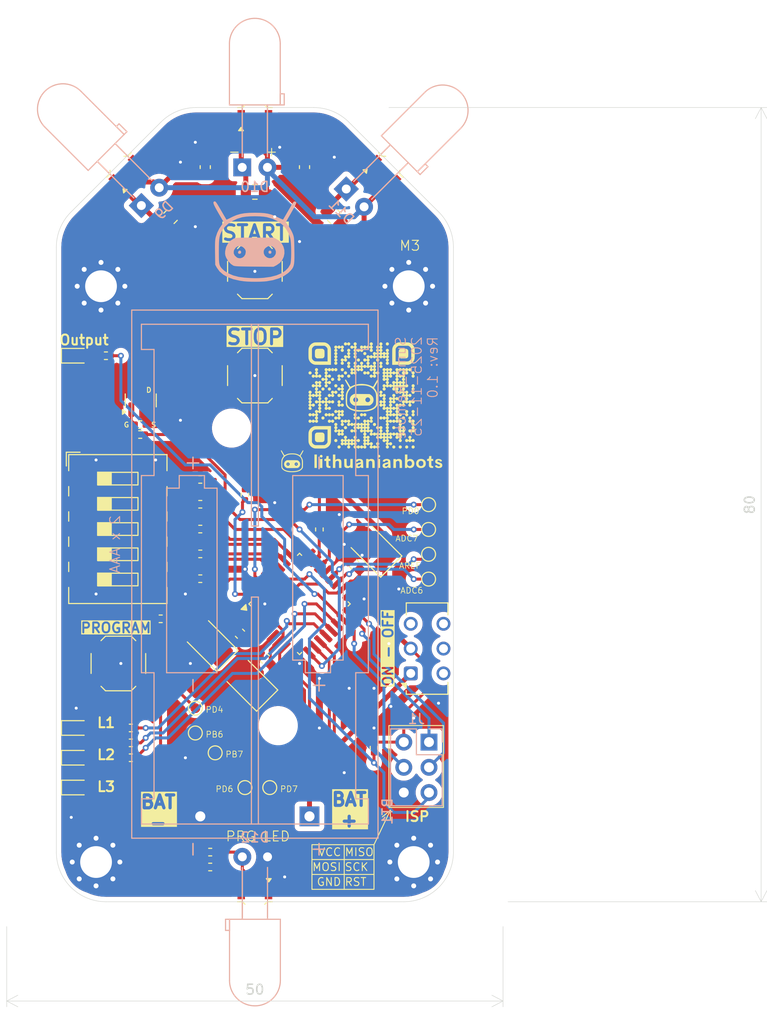
<source format=kicad_pcb>
(kicad_pcb (version 20241229) (generator "pcbnew") (generator_version "9.0")
  (layers (0 "F.Cu" signal) (2 "B.Cu" signal) (13 "F.Paste" user) (15 "B.Paste" user) (5 "F.SilkS" user "F.Silkscreen") (7 "B.SilkS" user "B.Silkscreen") (1 "F.Mask" user) (3 "B.Mask" user) (25 "Edge.Cuts" user))
  (net 0 "")
  (net 1 "GND")
  (net 2 "Net-(D5-A)")
  (net 3 "Net-(D6-A)")
  (net 4 "Net-(D7-A)")
  (net 5 "Net-(D8-A)")
  (net 6 "/PRG_LED")
  (net 7 "/S_LED1")
  (net 8 "/S_LED2")
  (net 9 "/S_LED3")
  (net 10 "/MOSI")
  (net 11 "/ADDR_0")
  (net 12 "Net-(R12-Pad2)")
  (net 13 "/ADDR_1")
  (net 14 "Net-(R13-Pad2)")
  (net 15 "/ADDR_2")
  (net 16 "/ADDR_3")
  (net 17 "Net-(R14-Pad2)")
  (net 18 "Net-(R15-Pad2)")
  (net 19 "/ADDR_4")
  (net 20 "VCC")
  (net 21 "Net-(D1-K)")
  (net 22 "/MISO")
  (net 23 "/SCK")
  (net 24 "/RESET")
  (net 25 "Net-(Q1-D)")
  (net 26 "Net-(Q1-G)")
  (net 27 "/CMD_LEDS")
  (net 28 "Net-(R16-Pad2)")
  (net 29 "/SW_START")
  (net 30 "Net-(R17-Pad1)")
  (net 31 "/SW_STOP")
  (net 32 "Net-(R18-Pad1)")
  (net 33 "/SW_PROG")
  (net 34 "Net-(R19-Pad1)")
  (net 35 "Net-(BT1-+)")
  (net 40 "Net-(D10-K)")
  (net 41 "Net-(D11-K)")
  (net 42 "Net-(D12-A)")
  (net 43 "Net-(U1-PD4)")
  (net 44 "Net-(U1-PD0)")
  (net 45 "Net-(U1-PD6)")
  (net 46 "Net-(U1-PD7)")
  (net 47 "Net-(U1-XTAL2{slash}PB7)")
  (net 48 "Net-(U1-XTAL1{slash}PB6)")
  (net 49 "Net-(U1-ADC6)")
  (net 50 "Net-(U1-ADC7)")
  (net 51 "Net-(U1-AREF)")
  (footprint "LED_SMD:LED_LiteOn_LTST-S326" (layer "F.Cu") (at 182 53 90)
    (property "Reference" "D2" (hide yes))
    (property "Value" "IR LED")
  )
  (footprint "Resistor_SMD:R_0402_1005Metric" (layer "F.Cu") (at 181 91 -90)
    (property "Reference" "R18" (hide yes))
    (property "Value" "4k7")
  )
  (footprint "Button_Switch_SMD:SW_Push_1P1T_XKB_TS-1187A" (layer "F.Cu") (at 182 79 180)
    (property "Reference" "SW3" (hide yes))
    (property "Value" "Push_SW")
  )
  (footprint "TestPoint:TestPoint_Pad_D1.0mm" (layer "F.Cu") (at 199.5 94.5)
    (property "Reference" "TP8" (hide yes))
    (property "Value" "ADC7")
  )
  (footprint "Resistor_SMD:R_0402_1005Metric" (layer "F.Cu") (at 188.5 94.5 -90)
    (property "Reference" "R17" (hide yes))
    (property "Value" "4k7")
  )
  (footprint "Resistor_SMD:R_0402_1005Metric" (layer "F.Cu") (at 177.5 127)
    (property "Reference" "R7" (hide yes))
    (property "Value" "220R")
  )
  (footprint "TestPoint:TestPoint_Pad_D1.0mm" (layer "F.Cu") (at 181 120.5)
    (property "Reference" "TP3" (hide yes))
    (property "Value" "PD6")
  )
  (footprint "Capacitor_Tantalum_SMD:CP_EIA-3528-21_Kemet-B" (layer "F.Cu") (at 181.5 110 135)
    (property "Reference" "C4" (hide yes))
    (property "Value" "100uF 6.3V")
  )
  (footprint "MountingHole:MountingHole_3.2mm_M3_Pad_Via" (layer "F.Cu") (at 166.5 70)
    (property "Reference" "H1" (hide yes))
    (property "Value" "MountingHole_Pad" (hide yes))
  )
  (footprint "Button_Switch_SMD:SW_Push_1P1T_XKB_TS-1187A" (layer "F.Cu") (at 168.25 108)
    (property "Reference" "SW4" (hide yes))
    (property "Value" "Push_SW")
  )
  (footprint "LED_SMD:LED_LiteOn_LTST-S326" (layer "F.Cu") (at 182 131 -90)
    (property "Reference" "D4" (hide yes))
    (property "Value" "IR LED" (hide yes))
  )
  (footprint "Resistor_SMD:R_0402_1005Metric" (layer "F.Cu") (at 169.5 114.495 180)
    (property "Reference" "R8" (hide yes))
    (property "Value" "1k")
  )
  (footprint "MountingHole:MountingHole_3.2mm_M3_Pad_Via" (layer "F.Cu") (at 166 128)
    (property "Reference" "H3" (hide yes))
    (property "Value" "MountingHole_Pad" (hide yes))
  )
  (footprint "Capacitor_Tantalum_SMD:CP_EIA-3528-21_Kemet-B" (layer "F.Cu") (at 177.5 106 135)
    (property "Reference" "C5" (hide yes))
    (property "Value" "100uF 6.3V")
  )
  (footprint "Button_Switch_SMD:SW_DIP_SPSTx05_Slide_9.78x14.88mm_W8.61mm_P2.54mm" (layer "F.Cu") (at 168.195 94.46)
    (property "Reference" "SW1" (hide yes))
    (property "Value" "SW_DIP_x05")
  )
  (footprint "LED_SMD:LED_0603_1608Metric" (layer "F.Cu") (at 164 120.495)
    (property "Reference" "D7" (hide yes))
    (property "Value" "RED")
  )
  (footprint "Resistor_SMD:R_0402_1005Metric" (layer "F.Cu") (at 172.51 103.5)
    (property "Reference" "R19" (hide yes))
    (property "Value" "4k7")
  )
  (footprint "Button_Switch_THT:SW_CK_JS202011AQN_DPDT_Angled" (layer "F.Cu") (at 197.7 109 90)
    (property "Reference" "SW6" (hide yes))
    (property "Value" "SW_Push_DPDT" (hide yes))
  )
  (footprint "Resistor_SMD:R_0402_1005Metric" (layer "F.Cu") (at 177.5 128.5)
    (property "Reference" "R6" (hide yes))
    (property "Value" "220R")
  )
  (footprint "Capacitor_Tantalum_SMD:CP_EIA-3528-21_Kemet-B" (layer "F.Cu") (at 194 96.5 135)
    (property "Reference" "C3" (hide yes))
    (property "Value" "100uF 6.3V")
  )
  (footprint "Capacitor_SMD:C_0603_1608Metric" (layer "F.Cu") (at 192 98 135)
    (property "Reference" "C2" (hide yes))
    (property "Value" "100nF 50V X7R")
  )
  (footprint "LED_SMD:LED_LiteOn_LTST-S326" (layer "F.Cu") (at 195 58.5 45)
    (property "Reference" "D3" (hide yes))
    (property "Value" "IR LED")
  )
  (footprint "Resistor_SMD:R_0402_1005Metric" (layer "F.Cu") (at 176.5 96.96 180)
    (property "Reference" "R15" (hide yes))
    (property "Value" "4k7")
  )
  (footprint "Resistor_SMD:R_0402_1005Metric" (layer "F.Cu") (at 176.5 91.96 180)
    (property "Reference" "R13" (hide yes))
    (property "Value" "4k7")
  )
  (footprint "Resistor_SMD:R_0402_1005Metric" (layer "F.Cu") (at 169.5 117.495 180)
    (property "Reference" "R10" (hide yes))
    (property "Value" "1k")
  )
  (footprint "TestPoint:TestPoint_Pad_D1.0mm" (layer "F.Cu") (at 199.5 99.5)
    (property "Reference" "TP7" (hide yes))
    (property "Value" "ADC6")
  )
  (footprint "Resistor_SMD:R_0805_2012Metric" (layer "F.Cu") (at 190 63 135)
    (property "Reference" "R1" (hide yes))
    (property "Value" "51R")
  )
  (footprint "TestPoint:TestPoint_Pad_D1.0mm" (layer "F.Cu") (at 176 112.5)
    (property "Reference" "TP1" (hide yes))
    (property "Value" "PD4")
  )
  (footprint "Package_QFP:LQFP-32_7x7mm_P0.8mm" (layer "F.Cu") (at 186.5 102 45)
    (property "Reference" "U1" (hide yes))
    (property "Value" "ATmega168PA-AU")
  )
  (footprint "LED_SMD:LED_LiteOn_LTST-S326" (layer "F.Cu") (at 169 58.5 135)
    (property "Reference" "D1" (hide yes))
    (property "Value" "IR LED")
  )
  (footprint "TestPoint:TestPoint_Pad_D1.0mm" (layer "F.Cu") (at 199.5 92)
    (property "Reference" "TP2" (hide yes))
    (property "Value" "PD0")
  )
  (footprint "Resistor_SMD:R_0805_2012Metric" (layer "F.Cu") (at 182 60.5 180)
    (property "Reference" "R3" (hide yes))
    (property "Value" "51R")
  )
  (footprint "_local_lib:LT_Bots_QR_12x12mm" (layer "F.Cu") (at 192.75 81)
    (property "Reference" "G***" (hide yes))
    (property "Value" "LOGO" (hide yes))
  )
  (footprint "Resistor_SMD:R_0402_1005Metric" (layer "F.Cu") (at 170.45 83.9375)
    (property "Reference" "R20" (hide yes))
    (property "Value" "4k7")
  )
  (footprint "Resistor_SMD:R_0402_1005Metric" (layer "F.Cu") (at 166.995 77 180)
    (property "Reference" "R11" (hide yes))
    (property "Value" "1k")
  )
  (footprint "Resistor_SMD:R_0805_2012Metric" (layer "F.Cu") (at 173.5 63 -135)
    (property "Reference" "R2" (hide yes))
    (property "Value" "51R")
  )
  (footprint "Capacitor_SMD:C_0603_1608Metric" (layer "F.Cu") (at 187 58 90)
    (property "Reference" "C6" (hide yes))
    (property "Value" "100nF 50V X7R")
  )
  (footprint "Resistor_SMD:R_0402_1005Metric" (layer "F.Cu") (at 176.5 89.46 180)
    (property "Reference" "R12" (hide yes))
    (property "Value" "4k7")
  )
  (footprint "_local_lib:LT_Bots_Logo_Full_20" (layer "F.Cu") (at 193.25 87.75)
    (property "Reference" "G***" (hide yes))
    (property "Value" "LOGO" (hide yes))
  )
  (footprint "Button_Switch_SMD:SW_Push_1P1T_XKB_TS-1187A" (layer "F.Cu") (at 182 68.5 180)
    (property "Reference" "SW2" (hide yes))
    (property "Value" "Push_SW")
  )
  (footprint "Resistor_SMD:R_0402_1005Metric" (layer "F.Cu") (at 176.5 94.46 180)
    (property "Reference" "R14" (hide yes))
    (property "Value" "4k7")
  )
  (footprint "Resistor_SMD:R_0402_1005Metric" (layer "F.Cu") (at 170.45 84.9375 180)
    (property "Reference" "R4" (hide yes))
    (property "Value" "220R")
  )
  (footprint "Resistor_SMD:R_0402_1005Metric" (layer "F.Cu") (at 194 116.5 -90)
    (property "Reference" "R5" (hide yes))
    (property "Value" "4k7")
  )
  (footprint "LED_SMD:LED_0603_1608Metric" (layer "F.Cu") (at 163.995 77)
    (property "Reference" "D8" (hide yes))
    (property "Value" "RED")
  )
  (footprint "MountingHole:MountingHole_3.2mm_M3_Pad_Via" (layer "F.Cu") (at 197.5 70)
    (property "Reference" "H2" (hide yes))
    (property "Value" "MountingHole_Pad" (hide yes))
  )
  (footprint "Resistor_SMD:R_0402_1005Metric" (layer "F.Cu") (at 169.5 115.995 180)
    (property "Reference" "R9" (hide yes))
    (property "Value" "1k")
  )
  (footprint "Capacitor_SMD:C_0603_1608Metric" (layer "F.Cu") (at 183 107.5 135)
    (property "Reference" "C8" (hide yes))
    (property "Value" "100nF 50V X7R")
  )
  (footprint "TestPoint:TestPoint_Pad_D1.0mm" (layer "F.Cu") (at 183.5 120.5)
    (property "Reference" "TP4" (hide yes))
    (property "Value" "PD7")
  )
  (footprint "LED_SMD:LED_0603_1608Metric" (layer "F.Cu") (at 164 117.495)
    (property "Reference" "D6" (hide yes))
    (property "Value" "RED")
  )
  (footprint "TestPoint:TestPoint_Pad_D1.0mm" (layer "F.Cu") (at 199.5 97)
    (property "Reference" "TP9" (hide yes))
    (property "Value" "AREF")
  )
  (footprint "Capacitor_SMD:C_0603_1608Metric" (layer "F.Cu") (at 180.5 105 135)
    (property "Reference" "C1" (hide yes))
    (property "Value" "100nF 50V X7R")
  )
  (footprint "Capacitor_SMD:C_0603_1608Metric" (layer "F.Cu") (at 177 58 90)
    (property "Reference" "C7" (hide yes))
    (property "Value" "100nF 50V X7R")
  )
  (footprint "LED_SMD:LED_0603_1608Metric" (layer "F.Cu") (at 164 114.495)
    (property "Reference" "D5" (hide yes))
    (property "Value" "RED")
  )
  (footprint "TestPoint:TestPoint_Pad_D1.0mm" (layer "F.Cu") (at 176 115)
    (property "Reference" "TP6" (hide yes))
    (property "Value" "PB6")
  )
  (footprint "MountingHole:MountingHole_3.2mm_M3_Pad_Via" (layer "F.Cu") (at 198 128)
    (property "Reference" "H4" (hide yes))
    (property "Value" "MountingHole_Pad" (hide yes))
  )
  (footprint "TestPoint:TestPoint_Pad_D1.0mm" (layer "F.Cu") (at 178 117)
    (property "Reference" "TP5" (hide yes))
    (property "Value" "PB7")
  )
  (footprint "Package_TO_SOT_SMD:SOT-23" (layer "F.Cu") (at 170.5 81.5 90)
    (property "Reference" "Q1" (hide yes))
    (property "Value" "AO3400A")
  )
  (footprint "Resistor_SMD:R_0402_1005Metric" (layer "F.Cu") (at 176.5 99.46 180)
    (property "Reference" "R16" (hide yes))
    (property "Value" "4k7")
  )
  (footprint "LED_THT:LED_D5.0mm_Horizontal_O6.35mm_Z3.0mm" (layer "B.Cu") (at 183.275 127.475 180)
    (property "Reference" "D12")
    (property "Value" "Backup_LED")
  )
  (footprint "LED_THT:LED_D5.0mm_Horizontal_O6.35mm_Z3.0mm" (layer "B.Cu") (at 180.725 58.025)
    (property "Reference" "D10")
    (property "Value" "Backup_LED")
  )
  (footprint "_local_lib:LT_Bots_Logo_Small_20" (layer "B.Cu") (at 181.165392 65.946398 180)
    (property "Reference" "G***" (hide yes))
    (property "Value" "LOGO" (hide yes))
  )
  (footprint "Connector_PinHeader_2.54mm:PinHeader_2x03_P2.54mm_Vertical" (layer "B.Cu") (at 199.54 115.92 180)
    (property "Reference" "J1")
    (property "Value" "AVR-ISP-6")
  )
  (footprint "LED_THT:LED_D5.0mm_Horizontal_O6.35mm_Z3.0mm" (layer "B.Cu") (at 170.565864 61.868987 45)
    (property "Reference" "D9")
    (property "Value" "Backup_LED")
  )
  (footprint "_local_lib:BatteryHolder_-AAA-A1AJ020" (layer "B.Cu") (at 188.35 122.9 90)
    (property "Reference" "BT1")
    (property "Value" "2xAAA BAT")
  )
  (footprint "LED_THT:LED_D5.0mm_Horizontal_O6.35mm_Z3.0mm" (layer "B.Cu") (at 191.203949 60.203949 -45)
    (property "Reference" "D11")
    (property "Value" "Backup_LED")
  )
  (gr_rect (start 195.5 114.25) (end 201 122.5) (stroke (width 0.1)) (fill no) (layer "F.SilkS"))
  (gr_rect (start 187.75 126.25) (end 194 130.75) (stroke (width 0.1)) (fill no) (layer "F.SilkS"))
  (gr_line (start 195.649815 122.778944) (end 194.849027 123.444659) (stroke (width 0.1)) (layer "F.SilkS"))
  (gr_line (start 187.75 129.25) (end 194 129.25) (stroke (width 0.1)) (layer "F.SilkS"))
  (gr_line (start 194 126.25) (end 195.649815 122.778944) (stroke (width 0.1)) (layer "F.SilkS"))
  (gr_line (start 187.75 127.75) (end 194 127.75) (stroke (width 0.1)) (layer "F.SilkS"))
  (gr_line (start 195.649815 122.778944) (end 195.649815 123.75) (stroke (width 0.1)) (layer "F.SilkS"))
  (gr_line (start 191 126.25) (end 191 130.75) (stroke (width 0.1)) (layer "F.SilkS"))
  (gr_arc (start 172.535534 53.464466) (mid 174.157651 52.380602) (end 176.071068 52) (stroke (width 0.05)) (layer "Edge.Cuts"))
  (gr_line (start 202 127) (end 202 66.071068) (stroke (width 0.05)) (layer "Edge.Cuts"))
  (gr_line (start 163.464466 62.535534) (end 172.535534 53.464466) (stroke (width 0.05)) (layer "Edge.Cuts"))
  (gr_line (start 200.535534 62.535534) (end 191.464466 53.464466) (stroke (width 0.05)) (layer "Edge.Cuts"))
  (gr_line (start 176.071068 52) (end 187.928932 52) (stroke (width 0.05)) (layer "Edge.Cuts"))
  (gr_line (start 167 132) (end 197 132) (stroke (width 0.05)) (layer "Edge.Cuts"))
  (gr_arc (start 162 66.071068) (mid 162.380613 64.157658) (end 163.464466 62.535534) (stroke (width 0.05)) (layer "Edge.Cuts"))
  (gr_arc (start 202 127) (mid 200.535534 130.535534) (end 197 132) (stroke (width 0.05)) (layer "Edge.Cuts"))
  (gr_arc (start 167 132) (mid 163.464466 130.535534) (end 162 127) (stroke (width 0.05)) (layer "Edge.Cuts"))
  (gr_line (start 162 66.071068) (end 162 127) (stroke (width 0.05)) (layer "Edge.Cuts"))
  (gr_arc (start 187.928932 52) (mid 189.842342 52.380613) (end 191.464466 53.464466) (stroke (width 0.05)) (layer "Edge.Cuts"))
  (gr_arc (start 200.535534 62.535534) (mid 201.619408 64.157649) (end 202 66.071068) (stroke (width 0.05)) (layer "Edge.Cuts"))
  (gr_text "ADC7" (at 198.5 95.75 0) (layer "F.SilkS") (effects (font (size 0.6 0.6) (thickness 0.075)) (justify right bottom)))
  (gr_text "PRG LED" (at 179 126 0) (layer "F.SilkS") (effects (font (size 1 1) (thickness 0.1)) (justify left bottom)))
  (gr_text "Output" (at 164.795 76 0) (layer "F.SilkS") (effects (font (size 1 1) (thickness 0.2) (bold yes)) (justify bottom)))
  (gr_text "MISO" (at 191 127 0) (layer "F.SilkS") (effects (font (size 0.8 0.8) (thickness 0.1)) (justify left)))
  (gr_text "SCK" (at 191 128.5 0) (layer "F.SilkS") (effects (font (size 0.8 0.8) (thickness 0.1)) (justify left)))
  (gr_text "+" (at 183 57 0) (layer "F.SilkS") (effects (font (size 1 1) (thickness 0.1)) (justify left bottom)))
  (gr_text "BAT\n+" (at 191.5 122.75 0) (layer "F.SilkS" knockout) (effects (font (size 1.3 1.3) (thickness 0.325) (bold yes))))
  (gr_text "PB7" (at 179 117.5 0) (layer "F.SilkS") (effects (font (size 0.6 0.6) (thickness 0.075)) (justify left bottom)))
  (gr_text "PD0" (at 196.75 93 0) (layer "F.SilkS") (effects (font (size 0.6 0.6) (thickness 0.075)) (justify left bottom)))
  (gr_text "VCC" (at 190.75 127 0) (layer "F.SilkS") (effects (font (size 0.8 0.8) (thickness 0.1)) (justify right)))
  (gr_text "G" (at 168.75 84.25 0) (layer "F.SilkS") (effects (font (size 0.5 0.5) (thickness 0.1)) (justify left bottom)))
  (gr_text "-" (at 179.25 57 0) (layer "F.SilkS") (effects (font (size 1 1) (thickness 0.1)) (justify left bottom)))
  (gr_text "PD6" (at 178 121 0) (layer "F.SilkS") (effects (font (size 0.6 0.6) (thickness 0.075)) (justify left bottom)))
  (gr_text "RST" (at 191 130 0) (layer "F.SilkS") (effects (font (size 0.8 0.8) (thickness 0.1)) (justify left)))
  (gr_text "BAT\n-" (at 172.25 123 0) (layer "F.SilkS" knockout) (effects (font (size 1.3 1.3) (thickness 0.325) (bold yes))))
  (gr_text "ISP" (at 197 124 0) (layer "F.SilkS") (effects (font (size 1 1) (thickness 0.2) (bold yes)) (justify left bottom)))
  (gr_text "ON - OFF" (at 196 106.5 90) (layer "F.SilkS" knockout) (effects (font (size 1 1) (thickness 0.2) (bold yes)) (justify bottom)))
  (gr_text "PD4" (at 177 113 0) (layer "F.SilkS") (effects (font (size 0.6 0.6) (thickness 0.075)) (justify left bottom)))
  (gr_text "MOSI" (at 190.75 128.5 0) (layer "F.SilkS") (effects (font (size 0.8 0.8) (thickness 0.1)) (justify right)))
  (gr_text "START" (at 182 65.5 0) (layer "F.SilkS" knockout) (effects (font (size 1.5 1.5) (thickness 0.3) (bold yes)) (justify bottom)))
  (gr_text "ADC6" (at 199 101 0) (layer "F.SilkS") (effects (font (size 0.6 0.6) (thickness 0.075)) (justify right bottom)))
  (gr_text "GND" (at 190.75 130 0) (layer "F.SilkS") (effects (font (size 0.8 0.8) (thickness 0.1)) (justify right)))
  (gr_text "L1\n\nL2\n\nL3" (at 166 120.995 0) (layer "F.SilkS") (effects (font (size 1 1) (thickness 0.2) (bold yes)) (justify left bottom)))
  (gr_text "D" (at 171 80.75 0) (layer "F.SilkS") (effects (font (size 0.5 0.5) (thickness 0.1)) (justify left bottom)))
  (gr_text "M3" (at 196.5 66.5 0) (layer "F.SilkS") (effects (font (size 1 1) (thickness 0.1)) (justify left bottom)))
  (gr_text "S" (at 171.5 84.25 0) (layer "F.SilkS") (effects (font (size 0.5 0.5) (thickness 0.1)) (justify left bottom)))
  (gr_text "PB6" (at 177 115.5 0) (layer "F.SilkS") (effects (font (size 0.6 0.6) (thickness 0.075)) (justify left bottom)))
  (gr_text "PROGRAM" (at 168 105 0) (layer "F.SilkS" knockout) (effects (font (size 1 1) (thickness 0.2) (bold yes)) (justify bottom)))
  (gr_text "AREF" (at 198.75 98.5 0) (layer "F.SilkS") (effects (font (size 0.6 0.6) (thickness 0.075)) (justify right bottom)))
  (gr_text "STOP" (at 182 76 0) (layer "F.SilkS" knockout) (effects (font (size 1.5 1.5) (thickness 0.3) (bold yes)) (justify bottom)))
  (gr_text "PD7" (at 184.5 121 0) (layer "F.SilkS") (effects (font (size 0.6 0.6) (thickness 0.075)) (justify left bottom)))
  (gr_text "2 x AAA" (at 168.5 93 90) (layer "B.SilkS") (effects (font (size 1 1) (thickness 0.1)) (justify left bottom mirror)))
  (gr_text "Sumo_Remote\n2025-11-25\nRev: 1.0" (at 200.5 75 90) (layer "B.SilkS") (effects (font (size 1 1) (thickness 0.1)) (justify left bottom mirror)))
  (dimension (type orthogonal) (layer "Edge.Cuts") (pts (xy 157 134) (xy 207 134)) (height 8) (orientation 0) (format (prefix "") (suffix "") (units 3) (units_format 0) (precision 4) (suppress_zeroes yes)) (style (thickness 0.05) (arrow_length 1.27) (text_position_mode 0) (arrow_direction outward) (extension_height 0.58642) (extension_offset 0.5) (keep_text_aligned yes)) (gr_text "50" (at 182 140.85 0) (layer "Edge.Cuts") (effects (font (size 1 1) (thickness 0.15)))))
  (dimension (type orthogonal) (layer "Edge.Cuts") (pts (xy 207 132) (xy 195 52)) (height 26) (orientation 1) (format (prefix "") (suffix "") (units 3) (units_format 0) (precision 4) (suppress_zeroes yes)) (style (thickness 0.05) (arrow_length 1.27) (text_position_mode 0) (arrow_direction outward) (extension_height 0.58642) (extension_offset 0.5) (keep_text_aligned yes)) (gr_text "80" (at 231.85 92 90) (layer "Edge.Cuts") (effects (font (size 1 1) (thickness 0.15)))))
  (segment (start 183.830672 105.235014) (end 182.451992 106.613694) (width 0.3) (layer "F.Cu") (net 1))
  (segment (start 182.699301 104.103643) (end 182.256208 104.546736) (width 0.3) (layer "F.Cu") (net 1))
  (segment (start 180.046736 104.546736) (end 179.951992 104.451992) (width 0.3) (layer "F.Cu") (net 1))
  (segment (start 191.451992 97.451992) (end 190.482322 97.451992) (width 0.3) (layer "F.Cu") (net 1))
  (segment (start 180.412823 108.912823) (end 180.491161 108.912823) (width 0.3) (layer "F.Cu") (net 1))
  (segment (start 180.491161 108.912823) (end 182.451992 106.951992) (width 0.3) (layer "F.Cu") (net 1))
  (segment (start 176.873654 104.451992) (end 176.412823 104.912823) (width 0.3) (layer "F.Cu") (net 1))
  (segment (start 192.412823 96.491161) (end 191.451992 97.451992) (width 0.3) (layer "F.Cu") (net 1))
  (segment (start 190.482322 97.451992) (end 189.169328 98.764986) (width 0.3) (layer "F.Cu") (net 1))
  (segment (start 179.951992 104.451992) (end 176.873654 104.451992) (width 0.3) (layer "F.Cu") (net 1))
  (segment (start 182.451992 106.613694) (end 182.451992 106.951992) (width 0.3) (layer "F.Cu") (net 1))
  (segment (start 182.256208 104.546736) (end 180.046736 104.546736) (width 0.3) (layer "F.Cu") (net 1))
  (segment (start 192.412823 95.912823) (end 192.412823 96.491161) (width 0.3) (layer "F.Cu") (net 1))
  (via (at 192.8 97.094975) (size 0.6) (drill 0.3) (layers "F.Cu" "B.Cu") (net 1))
  (via (at 188.5 114.5) (size 0.6) (drill 0.3) (layers "F.Cu" "B.Cu") (net 1))
  (via (at 184 63) (size 0.6) (drill 0.3) (layers "F.Cu" "B.Cu") (net 1))
  (via (at 181 98.5) (size 0.6) (drill 0.3) (layers "F.Cu" "B.Cu") (net 1))
  (via (at 166 87.5) (size 0.6) (drill 0.3) (layers "F.Cu" "B.Cu") (net 1))
  (via (at 185 129.5) (size 0.6) (drill 0.3) (layers "F.Cu" "B.Cu") (net 1))
  (via (at 186.5 108) (size 0.6) (drill 0.3) (layers "F.Cu" "B.Cu") (net 1))
  (via (at 164 112.5) (size 0.6) (drill 0.3) (layers "F.Cu" "B.Cu") (net 1))
  (via (at 182 68.5) (size 0.6) (drill 0.3) (layers "F.Cu" "B.Cu") (net 1))
  (via (at 183 102) (size 0.6) (drill 0.3) (layers "F.Cu" "B.Cu") (net 1))
  (via (at 172 87.5) (size 0.6) (drill 0.3) (layers "F.Cu" "B.Cu") (net 1))
  (via (at 175 117.5) (size 0.6) (drill 0.3) (layers "F.Cu" "B.Cu") (net 1))
  (via (at 168.5 108) (size 0.6) (drill 0.3) (layers "F.Cu" "B.Cu") (net 1))
  (via (at 198 113.5) (size 0.6) (drill 0.3) (layers "F.Cu" "B.Cu") (net 1))
  (via (at 193 101.5) (size 0.6) (drill 0.3) (layers "F.Cu" "B.Cu") (net 1))
  (via (at 174.5 83.5) (size 0.6) (drill 0.3) (layers "F.Cu" "B.Cu") (net 1))
  (via (at 174.5 57.5) (size 0.6) (drill 0.3) (layers "F.Cu" "B.Cu") (net 1))
  (via (at 190 57) (size 0.6) (drill 0.3) (layers "F.Cu" "B.Cu") (net 1))
  (via (at 196.5 100.5) (size 0.6) (drill 0.3) (layers "F.Cu" "B.Cu") (net 1))
  (via (at 194 114.5) (size 0.6) (drill 0.3) (layers "F.Cu" "B.Cu") (net 1))
  (via (at 176 55.5) (size 0.6) (drill 0.3) (layers "F.Cu" "B.Cu") (net 1))
  (via (at 176 64) (size 0.6) (drill 0.3) (layers "F.Cu" "B.Cu") (net 1))
  (via (at 191 119) (size 0.6) (drill 0.3) (layers "F.Cu" "B.Cu") (net 1))
  (via (at 166 101) (size 0.6) (drill 0.3) (layers "F.Cu" "B.Cu") (net 1))
  (via (at 191.5 110.5) (size 0.6) (drill 0.3) (layers "F.Cu" "B.Cu") (net 1))
  (via (at 188.5 109.5) (size 0.6) (drill 0.3) (layers "F.Cu" "B.Cu") (net 1))
  (via (at 184 91.8) (size 0.6) (drill 0.3) (layers "F.Cu" "B.Cu") (net 1))
  (via (at 200.5 112) (size 0.6) (drill 0.3) (layers "F.Cu" "B.Cu") (net 1))
  (via (at 175 101) (size 0.6) (drill 0.3) (layers "F.Cu" "B.Cu") (net 1))
  (via (at 184.5 56) (size 0.6) (drill 0.3) (layers "F.Cu" "B.Cu") (net 1))
  (via (at 186.5 65.5) (size 0.6) (drill 0.3) (layers "F.Cu" "B.Cu") (net 1))
  (via (at 195.7 112.325007) (size 0.6) (drill 0.3) (layers "F.Cu" "B.Cu") (net 1))
  (via (at 195.5 106) (size 0.6) (drill 0.3) (layers "F.Cu" "B.Cu") (net 1))
  (via (at 190.5 93) (size 0.6) (drill 0.3) (layers "F.Cu" "B.Cu") (net 1))
  (via (at 163.5 123.5) (size 0.6) (drill 0.3) (layers "F.Cu" "B.Cu") (net 1))
  (via (at 194 110.5) (size 0.6) (drill 0.3) (layers "F.Cu" "B.Cu") (net 1))
  (via (at 191 96) (size 0.6) (drill 0.3) (layers "F.Cu" "B.Cu") (net 1))
  (via (at 182 79) (size 0.6) (drill 0.3) (layers "F.Cu" "B.Cu") (net 1))
  (via (at 175.5 108) (size 0.6) (drill 0.3) (layers "F.Cu" "B.Cu") (net 1))
  (segment (start 168.99 114.495) (end 164.7875 114.495) (width 0.3) (layer "F.Cu") (net 2))
  (segment (start 167.5 115.995) (end 166 117.495) (width 0.3) (layer "F.Cu") (net 3))
  (segment (start 168.99 115.995) (end 167.5 115.995) (width 0.3) (layer "F.Cu") (net 3))
  (segment (start 166 117.495) (end 164.7875 117.495) (width 0.3) (layer "F.Cu") (net 3))
  (segment (start 168.99 117.495) (end 168.99 117.505) (width 0.3) (layer "F.Cu") (net 4))
  (segment (start 168.99 117.505) (end 166 120.495) (width 0.3) (layer "F.Cu") (net 4))
  (segment (start 166 120.495) (end 164.7875 120.495) (width 0.3) (layer "F.Cu") (net 4))
  (segment (start 166.485 77) (end 164.7825 77) (width 0.3) (layer "F.Cu") (net 5))
  (segment (start 176.99 127) (end 176.99 126.680001) (width 0.3) (layer "F.Cu") (net 6))
  (segment (start 181.095658 102.5) (end 181.56793 102.972272) (width 0.3) (layer "F.Cu") (net 6))
  (segment (start 172.5 109.792894) (end 174 108.292894) (width 0.3) (layer "F.Cu") (net 6))
  (segment (start 176.99 126.680001) (end 172.5 122.190001) (width 0.3) (layer "F.Cu") (net 6))
  (segment (start 172.5 122.190001) (end 172.5 109.792894) (width 0.3) (layer "F.Cu") (net 6))
  (segment (start 176.99 127) (end 176.99 128.5) (width 0.3) (layer "F.Cu") (net 6))
  (segment (start 174 103.792893) (end 175.292893 102.5) (width 0.3) (layer "F.Cu") (net 6))
  (segment (start 174 108.292894) (end 174 103.792893) (width 0.3) (layer "F.Cu") (net 6))
  (segment (start 175.292893 102.5) (end 181.095658 102.5) (width 0.3) (layer "F.Cu") (net 6))
  (segment (start 189.169328 105.235014) (end 187.934314 104) (width 0.3) (layer "F.Cu") (net 7))
  (segment (start 170.01 114.495) (end 171 114.495) (width 0.3) (layer "F.Cu") (net 7))
  (segment (start 185.5 104) (end 185.212132 103.712132) (width 0.3) (layer "F.Cu") (net 7))
  (segment (start 187.934314 104) (end 185.5 104) (width 0.3) (layer "F.Cu") (net 7))
  (via (at 171 114.495) (size 0.6) (drill 0.3) (layers "F.Cu" "B.Cu") (net 7))
  (via (at 185.212132 103.712132) (size 0.6) (drill 0.3) (layers "F.Cu" "B.Cu") (net 7))
  (segment (start 182.5 107) (end 185.212132 104.287868) (width 0.3) (layer "B.Cu") (net 7))
  (segment (start 171 114.495) (end 172.255 114.495) (width 0.3) (layer "B.Cu") (net 7))
  (segment (start 179.75 107) (end 182.5 107) (width 0.3) (layer "B.Cu") (net 7))
  (segment (start 172.255 114.495) (end 179.75 107) (width 0.3) (layer "B.Cu") (net 7))
  (segment (start 185.212132 104.287868) (end 185.212132 103.712132) (width 0.3) (layer "B.Cu") (net 7))
  (segment (start 188.065686 103) (end 186 103) (width 0.3) (layer "F.Cu") (net 8))
  (segment (start 189.735014 104.669328) (end 188.065686 103) (width 0.3) (layer "F.Cu") (net 8))
  (segment (start 170.01 115.995) (end 170.5 115.995) (width 0.3) (layer "F.Cu") (net 8))
  (segment (start 170.5 115.995) (end 171 115.495) (width 0.3) (layer "F.Cu") (net 8))
  (via (at 186 103) (size 0.6) (drill 0.3) (layers "F.Cu" "B.Cu") (net 8))
  (via (at 171 115.495) (size 0.6) (drill 0.3) (layers "F.Cu" "B.Cu") (net 8))
  (segment (start 172.755 114.995) (end 171.5 114.995) (width 0.3) (layer "B.Cu") (net 8))
  (segment (start 183 107.5) (end 180.25 107.5) (width 0.3) (layer "B.Cu") (net 8))
  (segment (start 171.5 114.995) (end 171 115.495) (width 0.3) (layer "B.Cu") (net 8))
  (segment (start 186 104.5) (end 183 107.5) (width 0.3) (layer "B.Cu") (net 8))
  (segment (start 186 103) (end 186 104.5) (width 0.3) (layer "B.Cu") (net 8))
  (segment (start 180.25 107.5) (end 172.755 114.995) (width 0.3) (layer "B.Cu") (net 8))
  (segment (start 188.197056 102) (end 187 102.000001) (width 0.3) (layer "F.Cu") (net 9))
  (segment (start 171 116.505) (end 171 116.495) (width 0.3) (layer "F.Cu") (net 9))
  (segment (start 170.01 117.495) (end 171 116.505) (width 0.3) (layer "F.Cu") (net 9))
  (segment (start 190.300699 104.103643) (end 188.197056 102) (width 0.3) (layer "F.Cu") (net 9))
  (via (at 171 116.495) (size 0.6) (drill 0.3) (layers "F.Cu" "B.Cu") (net 9))
  (via (at 187 102.000001) (size 0.6) (drill 0.3) (layers "F.Cu" "B.Cu") (net 9))
  (segment (start 182.207106 109) (end 179.75 109) (width 0.3) (layer "B.Cu") (net 9))
  (segment (start 171.995 115.5) (end 171 116.495) (width 0.3) (layer "B.Cu") (net 9))
  (segment (start 173.25 115.5) (end 171.995 115.5) (width 0.3) (layer "B.Cu") (net 9))
  (segment (start 187 102.000001) (end 187 104.207106) (width 0.3) (layer "B.Cu") (net 9))
  (segment (start 179.75 109) (end 173.25 115.5) (width 0.3) (layer "B.Cu") (net 9))
  (segment (start 187 104.207106) (end 182.207106 109) (width 0.3) (layer "B.Cu") (net 9))
  (segment (start 167.505 77) (end 168.5 77) (width 0.3) (layer "F.Cu") (net 10))
  (segment (start 190.866384 103.537957) (end 192 104.671573) (width 0.3) (layer "F.Cu") (net 10))
  (segment (start 190.866384 103.537957) (end 188.328427 101) (width 0.3) (layer "F.Cu") (net 10))
  (segment (start 192 104.671573) (end 192 106) (width 0.3) (layer "F.Cu") (net 10))
  (segment (start 188.328427 101) (end 188 101) (width 0.3) (layer "F.Cu") (net 10))
  (via (at 188 101) (size 0.6) (drill 0.3) (layers "F.Cu" "B.Cu") (net 10))
  (via (at 192 106) (size 0.6) (drill 0.3) (layers "F.Cu" "B.Cu") (net 10))
  (via (at 168.5 77) (size 0.6) (drill 0.3) (layers "F.Cu" "B.Cu") (net 10))
  (segment (start 195 110) (end 192 107) (width 0.3) (layer "B.Cu") (net 10))
  (segment (start 197 118.46) (end 195 116.46) (width 0.3) (layer "B.Cu") (net 10))
  (segment (start 185 98) (end 185 95.5) (width 0.3) (layer "B.Cu") (net 10))
  (segment (start 177.5 88) (end 175 88) (width 0.3) (layer "B.Cu") (net 10))
  (segment (start 195 116.46) (end 195 110) (width 0.3) (layer "B.Cu") (net 10))
  (segment (start 182.28995 91.8) (end 181.3 91.8) (width 0.3) (layer "B.Cu") (net 10))
  (segment (start 185 95.5) (end 182.7 93.2) (width 0.3) (layer "B.Cu") (net 10))
  (segment (start 168.5 81.5) (end 168.5 77) (width 0.3) (layer "B.Cu") (net 10))
  (segment (start 181.3 91.8) (end 177.5 88) (width 0.3) (layer "B.Cu") (net 10))
  (segment (start 182.7 92.21005) (end 182.28995 91.8) (width 0.3) (layer "B.Cu") (net 10))
  (segment (start 188 101) (end 185 98) (width 0.3) (layer "B.Cu") (net 10))
  (segment (start 175 88) (end 168.5 81.5) (width 0.3) (layer "B.Cu") (net 10))
  (segment (start 182.7 93.2) (end 182.7 92.21005) (width 0.3) (layer "B.Cu") (net 10))
  (segment (start 192 107) (end 192 106) (width 0.3) (layer "B.Cu") (net 10))
  (segment (start 184.904342 94.5) (end 180 94.5) (width 0.3) (layer "F.Cu") (net 11))
  (segment (start 178 89.46) (end 177.01 89.46) (width 0.3) (layer "F.Cu") (net 11))
  (segment (start 187.472272 97.06793) (end 184.904342 94.5) (width 0.3) (layer "F.Cu") (net 11))
  (segment (start 180 94.5) (end 178 92.5) (width 0.3) (layer "F.Cu") (net 11))
  (segment (start 178 92.5) (end 178 89.46) (width 0.3) (layer "F.Cu") (net 11))
  (segment (start 172.58 89.46) (end 172.5 89.38) (width 0.5) (layer "F.Cu") (net 12))
  (segment (start 175.99 89.46) (end 172.58 89.46) (width 0.5) (layer "F.Cu") (net 12))
  (segment (start 185.527728 97.06793) (end 183.959798 95.5) (width 0.3) (layer "F.Cu") (net 13))
  (segment (start 183.959798 95.5) (end 179.5 95.5) (width 0.3) (layer "F.Cu") (net 13))
  (segment (start 177.01 93.01) (end 177.01 91.96) (width 0.3) (layer "F.Cu") (net 13))
  (segment (start 179.5 95.5) (end 177.01 93.01) (width 0.3) (layer "F.Cu") (net 13))
  (segment (start 175.99 91.96) (end 172.54 91.96) (width 0.5) (layer "F.Cu") (net 14))
  (segment (start 172.54 91.96) (end 172.5 91.92) (width 0.5) (layer "F.Cu") (net 14))
  (segment (start 183.328427 96) (end 178.55 96) (width 0.3) (layer "F.Cu") (net 15))
  (segment (start 178.55 96) (end 177.01 94.46) (width 0.3) (layer "F.Cu") (net 15))
  (segment (start 184.962043 97.633616) (end 183.328427 96) (width 0.3) (layer "F.Cu") (net 15))
  (segment (start 184.396357 98.199301) (end 183.157056 96.96) (width 0.3) (layer "F.Cu") (net 16))
  (segment (start 183.157056 96.96) (end 177.01 96.96) (width 0.3) (layer "F.Cu") (net 16))
  (segment (start 175.99 94.46) (end 172.5 94.46) (width 0.5) (layer "F.Cu") (net 17))
  (segment (start 172.54 96.96) (end 172.5 97) (width 0.5) (layer "F.Cu") (net 18))
  (segment (start 175.99 96.96) (end 172.54 96.96) (width 0.5) (layer "F.Cu") (net 18))
  (segment (start 182.565686 97.5) (end 183.830672 98.764986) (width 0.3) (layer "F.Cu") (net 19))
  (segment (start 178.97 97.5) (end 182.565686 97.5) (width 0.3) (layer "F.Cu") (net 19))
  (segment (start 177.01 99.46) (end 178.97 97.5) (width 0.3) (layer "F.Cu") (net 19))
  (segment (start 194.540381 60.459619) (end 193 62) (width 0.5) (layer "F.Cu") (net 20))
  (segment (start 183.548008 106.649048) (end 183.548008 108.048008) (width 0.3) (layer "F.Cu") (net 20))
  (segment (start 191.633451 99.694976) (end 191.962808 99.694976) (width 0.3) (layer "F.Cu") (net 20))
  (segment (start 188 66.5) (end 189 65.5) (width 0.5) (layer "F.Cu") (net 20))
  (segment (start 178.587177 107.087177) (end 180.126346 105.548008) (width 0.3) (layer "F.Cu") (net 20))
  (segment (start 184.087022 103.934314) (end 184 103.934314) (width 0.3) (layer "F.Cu") (net 20))
  (segment (start 177 58.775) (end 173.659851 58.775) (width 0.5) (layer "F.Cu") (net 20))
  (segment (start 195.087177 95.087177) (end 188 88) (width 0.5) (layer "F.Cu") (net 20))
  (segment (start 199.5 108.3) (end 199.5 110.5) (width 0.3) (layer "F.Cu") (net 20))
  (segment (start 192.548008 98.548008) (end 194.126346 98.548008) (width 0.3) (layer "F.Cu") (net 20))
  (segment (start 182.386306 105.548008) (end 181.048008 105.548008) (width 0.3) (layer "F.Cu") (net 20))
  (segment (start 194.540381 58.959619) (end 194.540381 60.459619) (width 0.5) (layer "F.Cu") (net 20))
  (segment (start 193 64) (end 193 62) (width 0.5) (layer "F.Cu") (net 20))
  (segment (start 190.423291 100.905136) (end 190.866384 100.462043) (width 0.3) (layer "F.Cu") (net 20))
  (segment (start 180.126346 105.548008) (end 181.048008 105.548008) (width 0.3) (layer "F.Cu") (net 20))
  (segment (start 194.07 115.92) (end 194 115.99) (width 0.3) (layer "F.Cu") (net 20))
  (segment (start 195.087177 103.887177) (end 195.087177 95.087177) (width 0.5) (layer "F.Cu") (net 20))
  (segment (start 197 113) (end 197 115.92) (width 0.3) (layer "F.Cu") (net 20))
  (segment (start 199.5 110.5) (end 197 113) (width 0.3) (layer "F.Cu") (net 20))
  (segment (start 183.548008 110.126346) (end 182.587177 111.087177) (width 0.3) (layer "F.Cu") (net 20))
  (segment (start 191.5 65.5) (end 193 64) (width 0.5) (layer "F.Cu") (net 20))
  (segment (start 182 55.5) (end 183.265 56.765) (width 0.5) (layer "F.Cu") (net 20))
  (segment (start 173.659851 58.775) (end 172.361915 60.072936) (width 0.5) (layer "F.Cu") (net 20))
  (segment (start 170 59.5) (end 171.788979 59.5) (width 0.5) (layer "F.Cu") (net 20))
  (segment (start 190.866384 100.462043) (end 191.633451 99.694976) (width 0.3) (layer "F.Cu") (net 20))
  (segment (start 184 103.934314) (end 184 102.5) (width 0.3) (layer "F.Cu") (net 20))
  (segment (start 184.839451 105.357605) (end 184.839451 104.686743) (width 0.3) (layer "F.Cu") (net 20))
  (segment (start 184.839451 104.686743) (end 184.087022 103.934314) (width 0.3) (layer "F.Cu") (net 20))
  (segment (start 186.5 100) (end 188.5 100) (width 0.3) (layer "F.Cu") (net 20))
  (segment (start 169.459619 58.959619) (end 170 59.5) (width 0.5) (layer "F.Cu") (net 20))
  (segment (start 182 53.65) (end 182 55.5) (width 0.5) (layer "F.Cu") (net 20))
  (segment (start 186.25 58.025) (end 187 58.775) (width 0.5) (layer "F.Cu") (net 20))
  (segment (start 184 102.5) (end 186.5 100) (width 0.3) (layer "F.Cu") (net 20))
  (segment (start 188 88) (end 188 66.5) (width 0.5) (layer "F.Cu") (net 20))
  (segment (start 171.788979 59.5) (end 172.361915 60.072936) (width 0.5) (layer "F.Cu") (net 20))
  (segment (start 184.396357 105.800699) (end 183.548008 106.649048) (width 0.3) (layer "F.Cu") (net 20))
  (segment (start 191.962808 99.694976) (end 192.548008 99.109776) (width 0.3) (layer "F.Cu") (net 20))
  (segment (start 183.265 58.025) (end 186.25 58.025) (width 0.5) (layer "F.Cu") (net 20))
  (segment (start 183.265 56.765) (end 183.265 58.025) (width 0.5) (layer "F.Cu") (net 20))
  (segment (start 184.396357 105.800699) (end 184.839451 105.357605) (width 0.3) (layer "F.Cu") (net 20))
  (segment (start 189.405136 100.905136) (end 190.423291 100.905136) (width 0.3) (layer "F.Cu") (net 20))
  (segment (start 189 65.5) (end 191.5 65.5) (width 0.5) (layer "F.Cu") (net 20))
  (segment (start 197.7 106.5) (end 199.5 108.3) (width 0.3) (layer "F.Cu") (net 20))
  (segment (start 183.264986 104.669328) (end 184 103.934314) (width 0.3) (layer "F.Cu") (net 20))
  (segment (start 194.126346 98.548008) (end 195.087177 97.587177) (width 0.3) (layer "F.Cu") (net 20))
  (segment (start 183.264986 104.669328) (end 182.386306 105.548008) (width 0.3) (layer "F.Cu") (net 20))
  (segment (start 188.5 100) (end 189.405136 100.905136) (width 0.3) (layer "F.Cu") (net 20))
  (segment (start 183.548008 108.048008) (end 183.548008 110.126346) (width 0.3) (layer "F.Cu") (net 20))
  (segment (start 192.548008 99.109776) (end 192.548008 98.548008) (width 0.3) (layer "F.Cu") (net 20))
  (segment (start 197 115.92) (end 194.07 115.92) (width 0.3) (layer "F.Cu") (net 20))
  (segment (start 197.7 106.5) (end 195.087177 103.887177) (width 0.5) (layer "F.Cu") (net 20))
  (segment (start 182.927064 60.072936) (end 183.265 59.735) (width 0.5) (layer "B.Cu") (net 20))
  (segment (start 188 63) (end 192 63) (width 0.5) (layer "B.Cu") (net 20))
  (segment (start 183.265 59.735) (end 183.265 58.025) (width 0.5) (layer "B.Cu") (net 20))
  (segment (start 172.361915 60.072936) (end 182.927064 60.072936) (width 0.5) (layer "B.Cu") (net 20))
  (segment (start 183.265 58.265) (end 188 63) (width 0.5) (layer "B.Cu") (net 20))
  (segment (start 192 63) (end 193 62) (width 0.5) (layer "B.Cu") (net 20))
  (segment (start 183.265 58.025) (end 183.265 58.265) (width 0.5) (layer "B.Cu") (net 20))
  (segment (start 172.342112 63.645235) (end 170.565864 61.868987) (width 0.5) (layer "F.Cu") (net 21))
  (segment (start 172.854765 63.645235) (end 172.342112 63.645235) (width 0.5) (layer "F.Cu") (net 21))
  (segment (start 170.565864 61.868987) (end 170.424443 61.868987) (width 0.5) (layer "F.Cu") (net 21))
  (segment (start 170.424443 61.868987) (end 168.027728 59.472272) (width 0.5) (layer "F.Cu") (net 21))
  (segment (start 191.43207 102.972272) (end 193 104.540202) (width 0.3) (layer "F.Cu") (net 22))
  (segment (start 193 104.8) (end 192.8 105) (width 0.3) (layer "F.Cu") (net 22))
  (segment (start 193 104.540202) (end 193 104.8) (width 0.3) (layer "F.Cu") (net 22))
  (via (at 192.8 105) (size 0.6) (drill 0.3) (layers "F.Cu" "B.Cu") (net 22))
  (segment (start 199.54 113.54) (end 193.5 107.5) (width 0.3) (layer "B.Cu") (net 22))
  (segment (start 193.5 107.5) (end 193.5 105.7) (width 0.3) (layer "B.Cu") (net 22))
  (segment (start 193.5 105.7) (end 192.8 105) (width 0.3) (layer "B.Cu") (net 22))
  (segment (start 199.54 115.92) (end 199.54 113.54) (width 0.3) (layer "B.Cu") (net 22))
  (segment (start 191.43207 101.93207) (end 193.5 104) (width 0.3) (layer "F.Cu") (net 23))
  (segment (start 191.43207 101.027728) (end 191.43207 101.93207) (width 0.3) (layer "F.Cu") (net 23))
  (via (at 193.5 104) (size 0.6) (drill 0.3) (layers "F.Cu" "B.Cu") (net 23))
  (segment (start 198 111) (end 197.94313 111) (width 0.3) (layer "B.Cu") (net 23))
  (segment (start 201 117) (end 201 114) (width 0.3) (layer "B.Cu") (net 23))
  (segment (start 201 114) (end 198 111) (width 0.3) (layer "B.Cu") (net 23))
  (segment (start 197.94313 111) (end 194 107.05687) (width 0.3) (layer "B.Cu") (net 23))
  (segment (start 194 107.05687) (end 194 104.5) (width 0.3) (layer "B.Cu") (net 23))
  (segment (start 194 104.5) (end 193.5 104) (width 0.3) (layer "B.Cu") (net 23))
  (segment (start 199.54 118.46) (end 201 117) (width 0.3) (layer "B.Cu") (net 23))
  (segment (start 187 99.5) (end 187.5 99) (width 0.3) (layer "F.Cu") (net 24))
  (segment (start 194 117.01) (end 194 118) (width 0.3) (layer "F.Cu") (net 24))
  (segment (start 185.226235 99.773765) (end 185.5 99.5) (width 0.3) (layer "F.Cu") (net 24))
  (segment (start 183.708079 99.773765) (end 185.226235 99.773765) (width 0.3) (layer "F.Cu") (net 24))
  (segment (start 185.5 99.5) (end 187 99.5) (width 0.3) (layer "F.Cu") (net 24))
  (segment (start 183.264986 99.330672) (end 183.708079 99.773765) (width 0.3) (layer "F.Cu") (net 24))
  (via (at 187.5 99) (size 0.6) (drill 0.3) (layers "F.Cu" "B.Cu") (net 24))
  (via (at 194 118) (size 0.6) (drill 0.3) (layers "F.Cu" "B.Cu") (net 24))
  (segment (start 187.5 111.5) (end 194 118) (width 0.3) (layer "B.Cu") (net 24))
  (segment (start 195 122) (end 196 123) (width 0.3) (layer "B.Cu") (net 24))
  (segment (start 199.54 121.48) (end 199.54 121) (width 0.3) (layer "B.Cu") (net 24))
  (segment (start 189 104) (end 187.5 105.5) (width 0.3) (layer "B.Cu") (net 24))
  (segment (start 187.5 99) (end 189 100.5) (width 0.3) (layer "B.Cu") (net 24))
  (segment (start 198.02 123) (end 199.54 121.48) (width 0.3) (layer "B.Cu") (net 24))
  (segment (start 187.5 105.5) (end 187.5 111.5) (width 0.3) (layer "B.Cu") (net 24))
  (segment (start 195 119) (end 195 122) (width 0.3) (layer "B.Cu") (net 24))
  (segment (start 194 118) (end 195 119) (width 0.3) (layer "B.Cu") (net 24))
  (segment (start 189 100.5) (end 189 104) (width 0.3) (layer "B.Cu") (net 24))
  (segment (start 196 123) (end 198.02 123) (width 0.3) (layer "B.Cu") (net 24))
  (segment (start 174.145235 62.354765) (end 182.645235 62.354765) (width 0.5) (layer "F.Cu") (net 25))
  (segment (start 174.5 76) (end 174.5 62.70953) (width 0.5) (layer "F.Cu") (net 25))
  (segment (start 183.5 60.5) (end 182.9125 60.5) (width 0.5) (layer "F.Cu") (net 25))
  (segment (start 189.79047 64.5) (end 187.5 64.5) (width 0.5) (layer "F.Cu") (net 25))
  (segment (start 182.9125 62.0875) (end 182.9125 60.5) (width 0.5) (layer "F.Cu") (net 25))
  (segment (start 174.5 62.70953) (end 174.145235 62.354765) (width 0.5) (layer "F.Cu") (net 25))
  (segment (start 170.5 80) (end 174.5 76) (width 0.5) (layer "F.Cu") (net 25))
  (segment (start 182.645235 62.354765) (end 182.9125 62.0875) (width 0.5) (layer "F.Cu") (net 25))
  (segment (start 187.5 64.5) (end 183.5 60.5) (width 0.5) (layer "F.Cu") (net 25))
  (segment (start 170.5 80.5625) (end 170.5 80) (width 0.5) (layer "F.Cu") (net 25))
  (segment (start 190.645235 63.645235) (end 189.79047 64.5) (width 0.5) (layer "F.Cu") (net 25))
  (segment (start 169.55 83.5475) (end 169.94 83.9375) (width 0.3) (layer "F.Cu") (net 26))
  (segment (start 169.55 82.4375) (end 169.55 83.5475) (width 0.3) (layer "F.Cu") (net 26))
  (segment (start 169.94 84.9375) (end 169.94 83.9375) (width 0.3) (layer "F.Cu") (net 26))
  (segment (start 187.472272 106.972272) (end 188.75 108.25) (width 0.3) (layer "F.Cu") (net 27))
  (segment (start 175 84.9375) (end 170.96 84.9375) (width 0.3) (layer "F.Cu") (net 27))
  (segment (start 179 89) (end 175 85) (width 0.3) (layer "F.Cu") (net 27))
  (segment (start 185.5 93.5) (end 180.5 93.5) (width 0.3) (layer "F.Cu") (net 27))
  (segment (start 179 92) (end 179 89) (width 0.3) (layer "F.Cu") (net 27))
  (segment (start 180.5 93.5) (end 179 92) (width 0.3) (layer "F.Cu") (net 27))
  (segment (start 175 85) (end 175 84.9375) (width 0.3) (layer "F.Cu") (net 27))
  (segment (start 186.5 94.5) (end 185.5 93.5) (width 0.3) (layer "F.Cu") (net 27))
  (segment (start 187.472272 106.93207) (end 187.472272 106.972272) (width 0.3) (layer "F.Cu") (net 27))
  (via (at 186.5 94.5) (size 0.6) (drill 0.3) (layers "F.Cu" "B.Cu") (net 27))
  (via (at 188.75 108.25) (size 0.6) (drill 0.3) (layers "F.Cu" "B.Cu") (net 27))
  (segment (start 190.5 99.48995) (end 190.5 106.5) (width 0.3) (layer "B.Cu") (net 27))
  (segment (start 186.5 94.5) (end 189.8 97.8) (width 0.3) (layer "B.Cu") (net 27))
  (segment (start 189.8 97.8) (end 189.8 98.78995) (width 0.3) (layer "B.Cu") (net 27))
  (segment (start 190.5 106.5) (end 188.75 108.25) (width 0.3) (layer "B.Cu") (net 27))
  (segment (start 189.8 98.78995) (end 190.5 99.48995) (width 0.3) (layer "B.Cu") (net 27))
  (segment (start 172.58 99.46) (end 172.5 99.54) (width 0.5) (layer "F.Cu") (net 28))
  (segment (start 175.99 99.46) (end 172.58 99.46) (width 0.5) (layer "F.Cu") (net 28))
  (segment (start 188.481051 97.190522) (end 188.481051 95.028949) (width 0.3) (layer "F.Cu") (net 29))
  (segment (start 188.481051 95.028949) (end 188.5 95.01) (width 0.3) (layer "F.Cu") (net 29))
  (segment (start 188.037957 97.633616) (end 188.481051 97.190522) (width 0.3) (layer "F.Cu") (net 29))
  (segment (start 188.5 90) (end 187 88.5) (width 0.3) (layer "F.Cu") (net 30))
  (segment (start 187 72.375) (end 185 70.375) (width 0.3) (layer "F.Cu") (net 30))
  (segment (start 185 70.375) (end 179 70.375) (width 0.3) (layer "F.Cu") (net 30))
  (segment (start 188.5 93.99) (end 188.5 90) (width 0.3) (layer "F.Cu") (net 30))
  (segment (start 187 88.5) (end 187 72.375) (width 0.3) (layer "F.Cu") (net 30))
  (segment (start 180.75 92.75) (end 180.75 91.76) (width 0.3) (layer "F.Cu") (net 31))
  (segment (start 180.027728 101.027728) (end 180 101) (width 0.3) (layer "F.Cu") (net 31))
  (segment (start 180.75 91.76) (end 181 91.51) (width 0.3) (layer "F.Cu") (net 31))
  (segment (start 181.56793 101.027728) (end 180.027728 101.027728) (width 0.3) (layer "F.Cu") (net 31))
  (via (at 180.75 92.75) (size 0.6) (drill 0.3) (layers "F.Cu" "B.Cu") (net 31))
  (via (at 180 101) (size 0.6) (drill 0.3) (layers "F.Cu" "B.Cu") (net 31))
  (segment (start 180 93.5) (end 180.75 92.75) (width 0.3) (layer "B.Cu") (net 31))
  (segment (start 180 101) (end 180 93.5) (width 0.3) (layer "B.Cu") (net 31))
  (segment (start 185 80.875) (end 179 80.875) (width 0.5) (layer "F.Cu") (net 32))
  (segment (start 176 85) (end 176 83) (width 0.3) (layer "F.Cu") (net 32))
  (segment (start 178.125 80.875) (end 179 80.875) (width 0.3) (layer "F.Cu") (net 32))
  (segment (start 176 83) (end 178.125 80.875) (width 0.3) (layer "F.Cu") (net 32))
  (segment (start 181 90.49) (end 181 90) (width 0.3) (layer "F.Cu") (net 32))
  (segment (start 181 90) (end 176 85) (width 0.3) (layer "F.Cu") (net 32))
  (segment (start 179.5 99.5) (end 176.999999 102.000001) (width 0.3) (layer "F.Cu") (net 33))
  (segment (start 176.999999 102.000001) (end 174.200001 102) (width 0.3) (layer "F.Cu") (net 33))
  (segment (start 174.200001 102) (end 173.02 103.180001) (width 0.3) (layer "F.Cu") (net 33))
  (segment (start 173.02 103.180001) (end 173.02 103.5) (width 0.3) (layer "F.Cu") (net 33))
  (segment (start 182.133616 100.462043) (end 181.171573 99.5) (width 0.3) (layer "F.Cu") (net 33))
  (segment (start 181.171573 99.5) (end 179.5 99.5) (width 0.3) (layer "F.Cu") (net 33))
  (segment (start 172 105.375) (end 171.25 106.125) (width 0.3) (layer "F.Cu") (net 34))
  (segment (start 172 103.5) (end 172 105.375) (width 0.3) (layer "F.Cu") (net 34))
  (segment (start 187.5 123.4) (end 187.5 119.2) (width 0.5) (layer "F.Cu") (net 35))
  (segment (start 187.5 119.2) (end 197.7 109) (width 0.5) (layer "F.Cu") (net 35))
  (segment (start 180.625 57.925) (end 180.725 58.025) (width 0.5) (layer "F.Cu") (net 40))
  (segment (start 181.0875 60.5) (end 181.0875 58.3875) (width 0.5) (layer "F.Cu") (net 40))
  (segment (start 180.625 53) (end 180.625 57.925) (width 0.5) (layer "F.Cu") (net 40))
  (segment (start 181.0875 58.3875) (end 180.725 58.025) (width 0.5) (layer "F.Cu") (net 40))
  (segment (start 191.203949 60.203949) (end 191.351507 60.203949) (width 0.5) (layer "F.Cu") (net 41))
  (segment (start 189.354765 62.354765) (end 189.354765 62.053133) (width 0.5) (layer "F.Cu") (net 41))
  (segment (start 189.354765 62.053133) (end 191.203949 60.203949) (width 0.5) (layer "F.Cu") (net 41))
  (segment (start 191.351507 60.203949) (end 194.027728 57.527728) (width 0.5) (layer "F.Cu") (net 41))
  (segment (start 180.735 128.735) (end 180.735 127.475) (width 0.3) (layer "F.Cu") (net 42))
  (segment (start 182 130) (end 180.735 128.735) (width 0.3) (layer "F.Cu") (net 42))
  (segment (start 178.01 128.5) (end 178.01 127) (width 0.3) (layer "F.Cu") (net 42))
  (segment (start 178.01 127) (end 180.26 127) (width 0.3) (layer "F.Cu") (net 42))
  (segment (start 180.26 127) (end 180.735 127.475) (width 0.3) (layer "F.Cu") (net 42))
  (segment (start 182 130.35) (end 182 130) (width 0.3) (layer "F.Cu") (net 42))
  (segment (start 180 103) (end 176 103) (width 0.3) (layer "F.Cu") (net 43))
  (segment (start 176 103) (end 174.5 104.5) (width 0.3) (layer "F.Cu") (net 43))
  (segment (start 182.133616 103.537957) (end 181.690522 103.981051) (width 0.3) (layer "F.Cu") (net 43))
  (segment (start 174.5 111) (end 176 112.5) (width 0.3) (layer "F.Cu") (net 43))
  (segment (start 174.5 104.5) (end 174.5 111) (width 0.3) (layer "F.Cu") (net 43))
  (segment (start 181.690522 103.981051) (end 180.981051 103.981051) (width 0.3) (layer "F.Cu") (net 43))
  (segment (start 180.981051 103.981051) (end 180 103) (width 0.3) (layer "F.Cu") (net 43))
  (segment (start 198 92) (end 199.5 92) (width 0.3) (layer "F.Cu") (net 44))
  (segment (start 182.699301 99.896357) (end 182 99.197056) (width 0.3) (layer "F.Cu") (net 44))
  (segment (start 187 92.5) (end 187.5 92) (width 0.3) (layer "F.Cu") (net 44))
  (segment (start 182 99.197056) (end 182 98.5) (width 0.3) (layer "F.Cu") (net 44))
  (segment (start 182 92.5) (end 187 92.5) (width 0.3) (layer "F.Cu") (net 44))
  (via (at 187.5 92) (size 0.6) (drill 0.3) (layers "F.Cu" "B.Cu") (net 44))
  (via (at 182 98.5) (size 0.6) (drill 0.3) (layers "F.Cu" "B.Cu") (net 44))
  (via (at 198 92) (size 0.6) (drill 0.3) (layers "F.Cu" "B.Cu") (net 44))
  (via (at 182 92.5) (size 0.6) (drill 0.3) (layers "F.Cu" "B.Cu") (net 44))
  (segment (start 182 98.5) (end 182 92.5) (width 0.3) (layer "B.Cu") (net 44))
  (segment (start 187.5 92) (end 198 92) (width 0.3) (layer "B.Cu") (net 44))
  (segment (start 182.5 119) (end 181 120.5) (width 0.3) (layer "F.Cu") (net 45))
  (segment (start 188.037957 106.366384) (end 189.5 107.828427) (width 0.3) (layer "F.Cu") (net 45))
  (segment (start 189.5 107.828427) (end 189.5 115) (width 0.3) (layer "F.Cu") (net 45))
  (segment (start 185.5 119) (end 182.5 119) (width 0.3) (layer "F.Cu") (net 45))
  (segment (start 189.5 115) (end 185.5 119) (width 0.3) (layer "F.Cu") (net 45))
  (segment (start 190 115.207106) (end 184.707106 120.5) (width 0.3) (layer "F.Cu") (net 46))
  (segment (start 188.603643 105.800699) (end 190 107.197056) (width 0.3) (layer "F.Cu") (net 46))
  (segment (start 184.707106 120.5) (end 183.5 120.5) (width 0.3) (layer "F.Cu") (net 46))
  (segment (start 190 107.197056) (end 190 115.207106) (width 0.3) (layer "F.Cu") (net 46))
  (segment (start 185.527728 108.527728) (end 185.527728 106.93207) (width 0.3) (layer "F.Cu") (net 47))
  (segment (start 178 117) (end 178.5 117.5) (width 0.3) (layer "F.Cu") (net 47))
  (segment (start 187.5 110.5) (end 185.527728 108.527728) (width 0.3) (layer "F.Cu") (net 47))
  (segment (start 178.5 117.5) (end 185.207107 117.5) (width 0.3) (layer "F.Cu") (net 47))
  (segment (start 187.5 115.207107) (end 187.5 110.5) (width 0.3) (layer "F.Cu") (net 47))
  (segment (start 185.207107 117.5) (end 187.5 115.207107) (width 0.3) (layer "F.Cu") (net 47))
  (segment (start 184.5 108.207106) (end 187 110.707106) (width 0.3) (layer "F.Cu") (net 48))
  (segment (start 187 110.707106) (end 187 115) (width 0.3) (layer "F.Cu") (net 48))
  (segment (start 179.5 115) (end 176 115) (width 0.3) (layer "F.Cu") (net 48))
  (segment (start 184.5 106.828427) (end 184.5 108.207106) (width 0.3) (layer "F.Cu") (net 48))
  (segment (start 187 115) (end 185 117) (width 0.3) (layer "F.Cu") (net 48))
  (segment (start 185 117) (end 181.5 117) (width 0.3) (layer "F.Cu") (net 48))
  (segment (start 181.5 117) (end 179.5 115) (width 0.3) (layer "F.Cu") (net 48))
  (segment (start 184.962043 106.366384) (end 184.5 106.828427) (width 0.3) (layer "F.Cu") (net 48))
  (segment (start 199.5 99.5) (end 198.792894 99.5) (width 0.3) (layer "F.Cu") (net 49))
  (segment (start 198.792894 99.5) (end 198 99.5) (width 0.3) (layer "F.Cu") (net 49))
  (segment (start 190.300699 99.896357) (end 191.277817 98.919239) (width 0.3) (layer "F.Cu") (net 49))
  (segment (start 191.419238 98.919239) (end 191.494975 98.994976) (width 0.3) (layer "F.Cu") (net 49))
  (segment (start 191.277817 98.919239) (end 191.419238 98.919239) (width 0.3) (layer "F.Cu") (net 49))
  (via (at 198 99.5) (size 0.6) (drill 0.3) (layers "F.Cu" "B.Cu") (net 49))
  (via (at 191.494975 98.994976) (size 0.6) (drill 0.3) (layers "F.Cu" "B.Cu") (net 49))
  (segment (start 191.989951 98.5) (end 197 98.5) (width 0.3) (layer "B.Cu") (net 49))
  (segment (start 197 98.5) (end 198 99.5) (width 0.3) (layer "B.Cu") (net 49))
  (segment (start 191.494975 98.994976) (end 191.989951 98.5) (width 0.3) (layer "B.Cu") (net 49))
  (segment (start 189.5 96) (end 191.5 94) (width 0.3) (layer "F.Cu") (net 50))
  (segment (start 188.603643 98.199301) (end 189.5 97.302944) (width 0.3) (layer "F.Cu") (net 50))
  (segment (start 198 94.5) (end 199.5 94.5) (width 0.3) (layer "F.Cu") (net 50))
  (segment (start 189.5 97.302944) (end 189.5 96) (width 0.3) (layer "F.Cu") (net 50))
  (via (at 198 94.5) (size 0.6) (drill 0.3) (layers "F.Cu" "B.Cu") (net 50))
  (via (at 191.5 94) (size 0.6) (drill 0.3) (layers "F.Cu" "B.Cu") (net 50))
  (segment (start 191.5 94) (end 195.5 94) (width 0.3) (layer "B.Cu") (net 50))
  (segment (start 197 94.5) (end 198 94.5) (width 0.3) (layer "B.Cu") (net 50))
  (segment (start 196 94.5) (end 197 94.5) (width 0.3) (layer "B.Cu") (net 50))
  (segment (start 195.5 94) (end 196 94.5) (width 0.3) (layer "B.Cu") (net 50))
  (segment (start 189.735014 99.264986) (end 190.5 98.5) (width 0.3) (layer "F.Cu") (net 51))
  (segment (start 189.735014 99.330672) (end 189.735014 99.264986) (width 0.3) (layer "F.Cu") (net 51))
  (segment (start 198 97.5) (end 199 97.5) (width 0.3) (layer "F.Cu") (net 51))
  (segment (start 199 97.5) (end 199.5 97) (width 0.3) (layer "F.Cu") (net 51))
  (via (at 190.5 98.5) (size 0.6) (drill 0.3) (layers "F.Cu" "B.Cu") (net 51))
  (via (at 198 97.5) (size 0.6) (drill 0.3) (layers "F.Cu" "B.Cu") (net 51))
  (segment (start 191 98) (end 197.5 98) (width 0.3) (layer "B.Cu") (net 51))
  (segment (start 197.5 98) (end 198 97.5) (width 0.3) (layer "B.Cu") (net 51))
  (segment (start 190.5 98.5) (end 191 98) (width 0.3) (layer "B.Cu") (net 51))
  (zone (net 1) (net_name "GND") (layers "F.Cu" "B.Cu") (priority 1) (connect_pads yes (clearance 0.5)) (min_thickness 0.25) (fill yes (thermal_gap 0.5) (thermal_bridge_width 0.5))
    (polygon (pts (xy 158 50) (xy 205 50) (xy 205 127.5) (xy 202 132.5) (xy 162 132.5) (xy 158 127.5)))
  )
)
</source>
